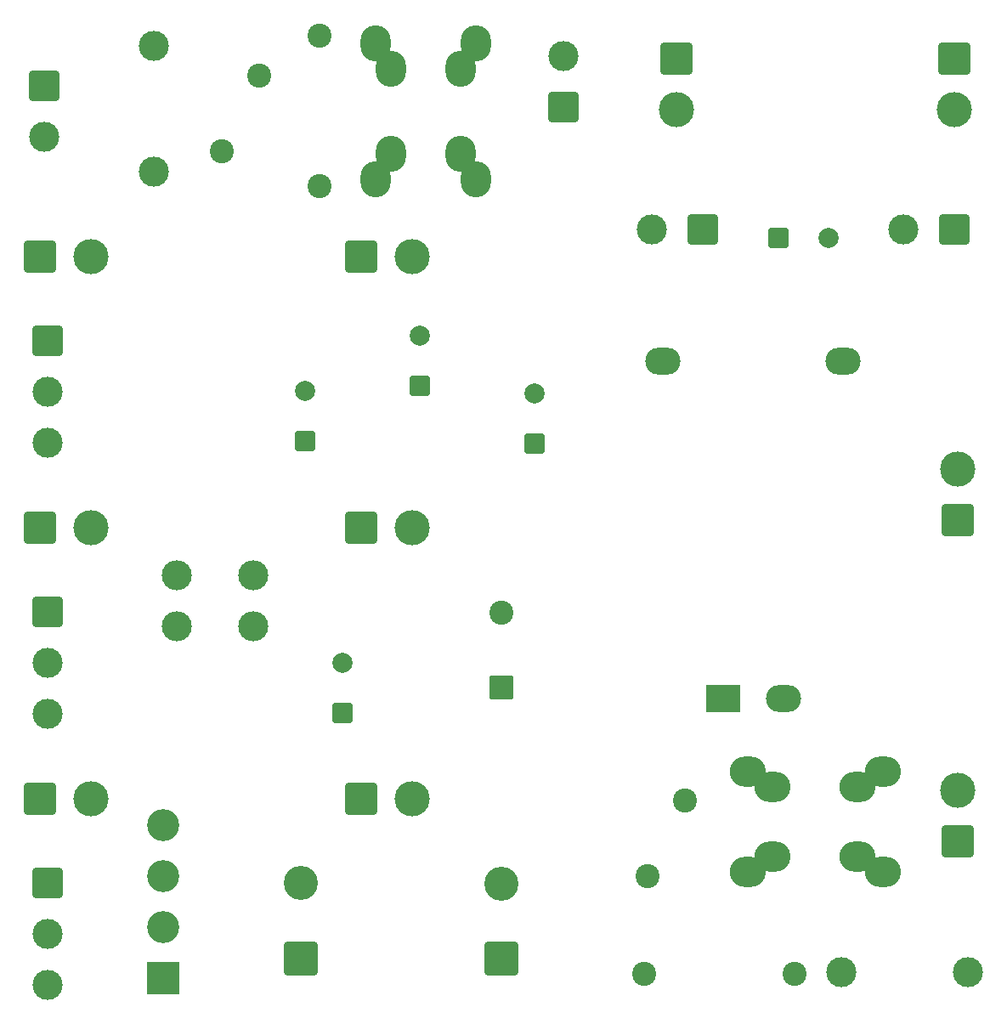
<source format=gbs>
%TF.GenerationSoftware,KiCad,Pcbnew,9.0.2*%
%TF.CreationDate,2025-06-27T09:24:05+02:00*%
%TF.ProjectId,led_driver_220v_p2,6c65645f-6472-4697-9665-725f32323076,rev?*%
%TF.SameCoordinates,Original*%
%TF.FileFunction,Soldermask,Bot*%
%TF.FilePolarity,Negative*%
%FSLAX46Y46*%
G04 Gerber Fmt 4.6, Leading zero omitted, Abs format (unit mm)*
G04 Created by KiCad (PCBNEW 9.0.2) date 2025-06-27 09:24:05*
%MOMM*%
%LPD*%
G01*
G04 APERTURE LIST*
G04 Aperture macros list*
%AMRoundRect*
0 Rectangle with rounded corners*
0 $1 Rounding radius*
0 $2 $3 $4 $5 $6 $7 $8 $9 X,Y pos of 4 corners*
0 Add a 4 corners polygon primitive as box body*
4,1,4,$2,$3,$4,$5,$6,$7,$8,$9,$2,$3,0*
0 Add four circle primitives for the rounded corners*
1,1,$1+$1,$2,$3*
1,1,$1+$1,$4,$5*
1,1,$1+$1,$6,$7*
1,1,$1+$1,$8,$9*
0 Add four rect primitives between the rounded corners*
20,1,$1+$1,$2,$3,$4,$5,0*
20,1,$1+$1,$4,$5,$6,$7,0*
20,1,$1+$1,$6,$7,$8,$9,0*
20,1,$1+$1,$8,$9,$2,$3,0*%
G04 Aperture macros list end*
%ADD10RoundRect,0.288462X-1.211538X1.211538X-1.211538X-1.211538X1.211538X-1.211538X1.211538X1.211538X0*%
%ADD11C,3.000000*%
%ADD12RoundRect,0.250000X0.750000X-0.750000X0.750000X0.750000X-0.750000X0.750000X-0.750000X-0.750000X0*%
%ADD13C,2.000000*%
%ADD14RoundRect,0.307693X-1.292307X-1.292307X1.292307X-1.292307X1.292307X1.292307X-1.292307X1.292307X0*%
%ADD15C,3.500000*%
%ADD16R,3.200000X3.200000*%
%ADD17C,3.200000*%
%ADD18RoundRect,0.250001X0.949999X-0.949999X0.949999X0.949999X-0.949999X0.949999X-0.949999X-0.949999X0*%
%ADD19C,2.400000*%
%ADD20R,3.500000X2.700000*%
%ADD21O,3.500000X2.700000*%
%ADD22RoundRect,0.354168X1.345832X-1.345832X1.345832X1.345832X-1.345832X1.345832X-1.345832X-1.345832X0*%
%ADD23C,3.400000*%
%ADD24RoundRect,0.250000X-0.750000X-0.750000X0.750000X-0.750000X0.750000X0.750000X-0.750000X0.750000X0*%
%ADD25RoundRect,0.288462X1.211538X1.211538X-1.211538X1.211538X-1.211538X-1.211538X1.211538X-1.211538X0*%
%ADD26RoundRect,0.307693X-1.292307X1.292307X-1.292307X-1.292307X1.292307X-1.292307X1.292307X1.292307X0*%
%ADD27RoundRect,0.288462X1.211538X-1.211538X1.211538X1.211538X-1.211538X1.211538X-1.211538X-1.211538X0*%
%ADD28O,3.600000X3.000000*%
%ADD29O,3.000000X3.000000*%
%ADD30O,3.000000X3.600000*%
%ADD31RoundRect,0.307693X1.292307X-1.292307X1.292307X1.292307X-1.292307X1.292307X-1.292307X-1.292307X0*%
G04 APERTURE END LIST*
D10*
%TO.C,J4*%
X51182500Y-72406000D03*
D11*
X51182500Y-77486000D03*
X51182500Y-82566000D03*
%TD*%
D10*
%TO.C,J5*%
X51182500Y-99406000D03*
D11*
X51182500Y-104486000D03*
X51182500Y-109566000D03*
%TD*%
D12*
%TO.C,C1*%
X99745000Y-82590000D03*
D13*
X99745000Y-77590000D03*
%TD*%
D14*
%TO.C,J6*%
X50460000Y-64000000D03*
D15*
X55540000Y-64000000D03*
%TD*%
D16*
%TO.C,D3*%
X62700000Y-135885000D03*
D17*
X62700000Y-130805000D03*
X62700000Y-125725000D03*
X62700000Y-120645000D03*
%TD*%
D18*
%TO.C,C2*%
X96435000Y-106952780D03*
D19*
X96435000Y-99452780D03*
%TD*%
D20*
%TO.C,PS1*%
X118499500Y-108029000D03*
D21*
X124499500Y-108029000D03*
X112499500Y-74429000D03*
X130499500Y-74429000D03*
%TD*%
D10*
%TO.C,J14*%
X50832500Y-46955000D03*
D11*
X50832500Y-52035000D03*
%TD*%
D22*
%TO.C,C6*%
X76416000Y-133901780D03*
D23*
X76416000Y-126401780D03*
%TD*%
D11*
%TO.C,F2*%
X61772000Y-42966000D03*
X61772000Y-55566000D03*
%TD*%
D24*
%TO.C,C8*%
X124047323Y-62143000D03*
D13*
X129047323Y-62143000D03*
%TD*%
D19*
%TO.C,RV1*%
X110976000Y-125710000D03*
X114676000Y-118210000D03*
%TD*%
D25*
%TO.C,J12*%
X116514000Y-61254000D03*
D11*
X111434000Y-61254000D03*
%TD*%
D22*
%TO.C,C3*%
X96435000Y-133952780D03*
D23*
X96435000Y-126452780D03*
%TD*%
D26*
%TO.C,J15*%
X141528000Y-44236000D03*
D15*
X141528000Y-49316000D03*
%TD*%
D14*
%TO.C,J9*%
X82460000Y-64000000D03*
D15*
X87540000Y-64000000D03*
%TD*%
D14*
%TO.C,J11*%
X82460000Y-118000000D03*
D15*
X87540000Y-118000000D03*
%TD*%
D25*
%TO.C,J13*%
X141528000Y-61254000D03*
D11*
X136448000Y-61254000D03*
%TD*%
D19*
%TO.C,X2*%
X78282000Y-42000000D03*
X78282000Y-57000000D03*
%TD*%
%TO.C,X1*%
X125660000Y-135422000D03*
X110660000Y-135422000D03*
%TD*%
D27*
%TO.C,J16*%
X102579500Y-49067000D03*
D11*
X102579500Y-43987000D03*
%TD*%
D28*
%TO.C,L1*%
X131935000Y-123809000D03*
X134435000Y-125309000D03*
X134435000Y-115309000D03*
X131935000Y-116809000D03*
X123435000Y-123809000D03*
X120935000Y-125309000D03*
X120935000Y-115309000D03*
X123435000Y-116809000D03*
%TD*%
D14*
%TO.C,J7*%
X50460000Y-91000000D03*
D15*
X55540000Y-91000000D03*
%TD*%
D12*
%TO.C,C7*%
X76885000Y-82367677D03*
D13*
X76885000Y-77367677D03*
%TD*%
D29*
%TO.C,D2*%
X71670000Y-100795000D03*
X71670000Y-95715000D03*
X64050000Y-95715000D03*
X64050000Y-100795000D03*
%TD*%
D26*
%TO.C,J17*%
X113842000Y-44236000D03*
D15*
X113842000Y-49316000D03*
%TD*%
D30*
%TO.C,L2*%
X85394000Y-53752000D03*
X83894000Y-56252000D03*
X93894000Y-56252000D03*
X92394000Y-53752000D03*
X85394000Y-45252000D03*
X83894000Y-42752000D03*
X93894000Y-42752000D03*
X92394000Y-45252000D03*
%TD*%
D12*
%TO.C,C5*%
X80560000Y-109465000D03*
D13*
X80560000Y-104465000D03*
%TD*%
D10*
%TO.C,J1*%
X51182500Y-126355000D03*
D11*
X51182500Y-131435000D03*
X51182500Y-136515000D03*
%TD*%
D19*
%TO.C,RV2*%
X72258000Y-46000000D03*
X68558000Y-53500000D03*
%TD*%
D31*
%TO.C,J3*%
X141909000Y-90210000D03*
D15*
X141909000Y-85130000D03*
%TD*%
D14*
%TO.C,J10*%
X82460000Y-91000000D03*
D15*
X87540000Y-91000000D03*
%TD*%
D11*
%TO.C,F1*%
X142925000Y-135295000D03*
X130325000Y-135295000D03*
%TD*%
D31*
%TO.C,J2*%
X141909000Y-122214000D03*
D15*
X141909000Y-117134000D03*
%TD*%
D12*
%TO.C,C4*%
X88315000Y-76875000D03*
D13*
X88315000Y-71875000D03*
%TD*%
D14*
%TO.C,J8*%
X50460000Y-118000000D03*
D15*
X55540000Y-118000000D03*
%TD*%
M02*

</source>
